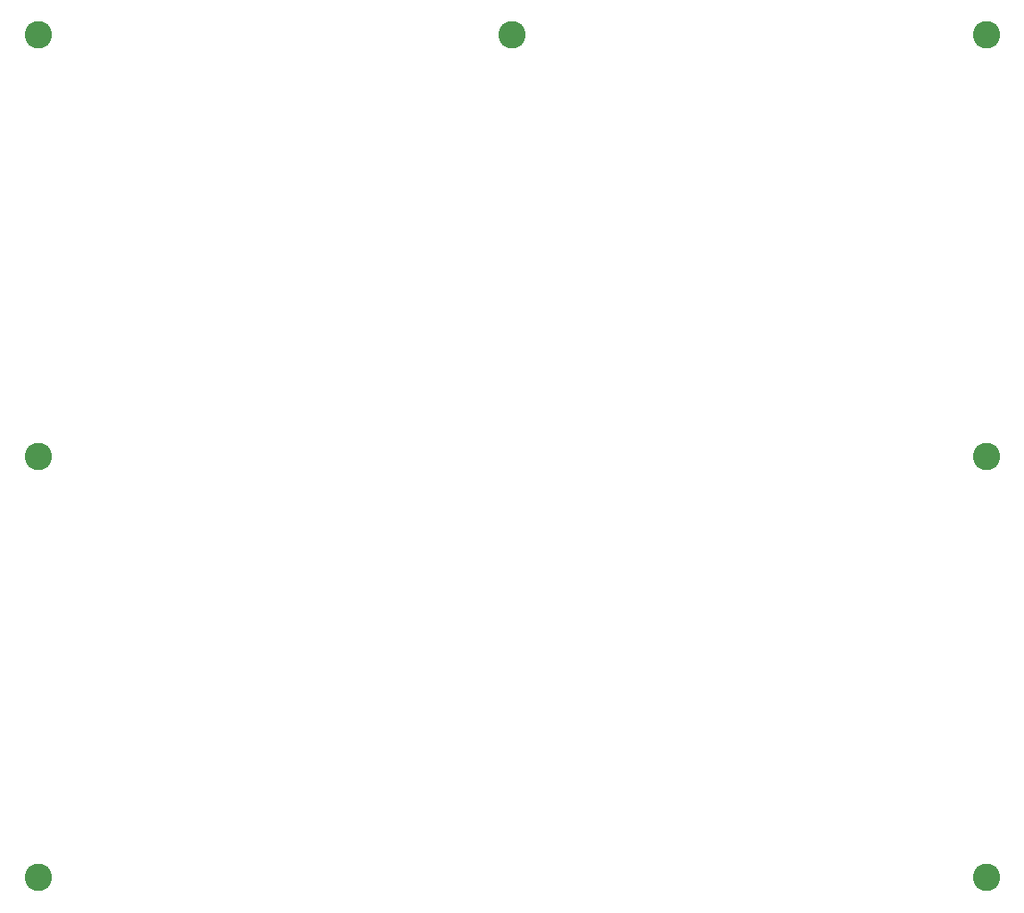
<source format=gbr>
G04 #@! TF.GenerationSoftware,KiCad,Pcbnew,(5.1.9)-1*
G04 #@! TF.CreationDate,2021-02-07T10:59:57-06:00*
G04 #@! TF.ProjectId,4x4_CNC_encoder_bottom,3478345f-434e-4435-9f65-6e636f646572,rev?*
G04 #@! TF.SameCoordinates,Original*
G04 #@! TF.FileFunction,Soldermask,Bot*
G04 #@! TF.FilePolarity,Negative*
%FSLAX46Y46*%
G04 Gerber Fmt 4.6, Leading zero omitted, Abs format (unit mm)*
G04 Created by KiCad (PCBNEW (5.1.9)-1) date 2021-02-07 10:59:57*
%MOMM*%
%LPD*%
G01*
G04 APERTURE LIST*
%ADD10C,2.600000*%
G04 APERTURE END LIST*
D10*
X100000000Y-65000000D03*
X145000000Y-145000000D03*
X145000000Y-105000000D03*
X55000000Y-65000000D03*
X55000000Y-145000000D03*
X145000000Y-65000000D03*
X55000000Y-105000000D03*
M02*

</source>
